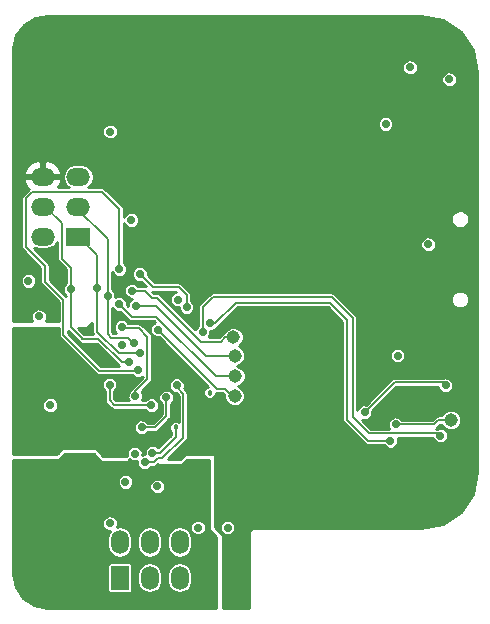
<source format=gbl>
G04 (created by PCBNEW (2013-05-31 BZR 4019)-stable) date 6/2/2014 4:07:52 PM*
%MOIN*%
G04 Gerber Fmt 3.4, Leading zero omitted, Abs format*
%FSLAX34Y34*%
G01*
G70*
G90*
G04 APERTURE LIST*
%ADD10C,0.00590551*%
%ADD11R,0.0787X0.06*%
%ADD12O,0.0787X0.06*%
%ADD13C,0.045*%
%ADD14C,0.1875*%
%ADD15O,0.0590551X0.0787402*%
%ADD16R,0.0590551X0.0787402*%
%ADD17C,0.028*%
%ADD18C,0.018*%
%ADD19C,0.007*%
%ADD20C,0.01*%
G04 APERTURE END LIST*
G54D10*
G54D11*
X79813Y-39850D03*
G54D12*
X78617Y-39850D03*
X79813Y-38850D03*
X78617Y-38850D03*
X79813Y-37850D03*
X78617Y-37850D03*
G54D13*
X85020Y-45150D03*
X92230Y-45960D03*
X85040Y-44500D03*
X85030Y-43810D03*
X84980Y-43200D03*
G54D14*
X78750Y-51100D03*
X78750Y-33600D03*
G54D15*
X83190Y-50016D03*
X83190Y-51213D03*
G54D16*
X81190Y-51213D03*
G54D15*
X81190Y-50016D03*
X82190Y-51213D03*
X82190Y-50016D03*
G54D17*
X78870Y-45460D03*
X80870Y-36340D03*
X90050Y-36090D03*
X90210Y-46650D03*
X84200Y-42725D03*
X89350Y-45700D03*
X92050Y-44800D03*
X90400Y-46100D03*
X91875Y-46475D03*
X83950Y-43025D03*
X81175Y-42095D03*
X82465Y-42940D03*
X83800Y-49545D03*
X82440Y-48170D03*
X80870Y-49400D03*
X81380Y-48020D03*
X81265Y-43465D03*
X78500Y-42500D03*
X78145Y-41320D03*
X84785Y-49545D03*
X83120Y-41940D03*
G54D18*
X84190Y-45050D03*
G54D17*
X90870Y-34200D03*
X90450Y-43810D03*
X81690Y-47075D03*
X78200Y-41775D03*
X82260Y-47750D03*
X79400Y-47290D03*
X79550Y-48860D03*
X82690Y-43540D03*
X91970Y-34180D03*
X92000Y-37475D03*
X80100Y-33750D03*
G54D18*
X87360Y-42960D03*
G54D17*
X79050Y-40725D03*
X84050Y-49075D03*
X80540Y-48420D03*
X78970Y-46890D03*
X80670Y-45680D03*
X90460Y-48540D03*
X80455Y-44590D03*
X80450Y-43635D03*
X80085Y-43010D03*
X83920Y-47025D03*
X81862Y-41087D03*
X83420Y-42190D03*
X81725Y-42140D03*
X81600Y-41650D03*
X81855Y-43730D03*
X81920Y-46200D03*
X80430Y-41540D03*
X82740Y-45205D03*
X81505Y-44030D03*
X79560Y-41600D03*
G54D18*
X83055Y-46205D03*
G54D17*
X82280Y-47045D03*
X81660Y-43395D03*
X83095Y-44795D03*
X82030Y-47360D03*
X80785Y-41815D03*
X92175Y-34600D03*
X91475Y-40100D03*
X81570Y-39290D03*
X81710Y-45155D03*
X81250Y-42860D03*
X80850Y-44780D03*
X82240Y-45465D03*
X81800Y-44305D03*
X81175Y-40925D03*
G54D19*
X85065Y-42040D02*
X88200Y-42040D01*
X89480Y-46650D02*
X90210Y-46650D01*
X88770Y-45940D02*
X89480Y-46650D01*
X88770Y-42610D02*
X88770Y-45940D01*
X88200Y-42040D02*
X88770Y-42610D01*
X84377Y-42727D02*
X85065Y-42040D01*
X84202Y-42727D02*
X84377Y-42727D01*
X84200Y-42725D02*
X84202Y-42727D01*
X90350Y-44700D02*
X89350Y-45700D01*
X91950Y-44700D02*
X90350Y-44700D01*
X92050Y-44800D02*
X91950Y-44700D01*
X90400Y-46100D02*
X91670Y-46100D01*
X91810Y-45960D02*
X92230Y-45960D01*
X91670Y-46100D02*
X91810Y-45960D01*
X88950Y-45850D02*
X89500Y-46400D01*
X88950Y-42550D02*
X88950Y-45850D01*
X88250Y-41850D02*
X88950Y-42550D01*
X84800Y-41850D02*
X88250Y-41850D01*
X91875Y-46475D02*
X91800Y-46400D01*
X89500Y-46400D02*
X91800Y-46400D01*
X84300Y-41850D02*
X84800Y-41850D01*
X83950Y-42200D02*
X84300Y-41850D01*
X83950Y-43025D02*
X83950Y-42200D01*
X81175Y-42095D02*
X81590Y-42510D01*
X81590Y-42510D02*
X82395Y-42510D01*
X84385Y-44500D02*
X85040Y-44500D01*
X82395Y-42510D02*
X84385Y-44500D01*
X85020Y-45150D02*
X84930Y-45150D01*
X84435Y-44910D02*
X84690Y-44910D01*
X82465Y-42940D02*
X84435Y-44910D01*
X84930Y-45150D02*
X84690Y-44910D01*
X83420Y-41795D02*
X83420Y-42190D01*
X83150Y-41525D02*
X83420Y-41795D01*
X82300Y-41525D02*
X83150Y-41525D01*
X81862Y-41087D02*
X82300Y-41525D01*
X84055Y-43810D02*
X82905Y-42660D01*
X85030Y-43810D02*
X84055Y-43810D01*
X82905Y-42660D02*
X82385Y-42140D01*
X82385Y-42140D02*
X81725Y-42140D01*
X84980Y-43200D02*
X84710Y-43200D01*
X82425Y-41880D02*
X83890Y-43345D01*
X82255Y-41880D02*
X82425Y-41880D01*
X82025Y-41650D02*
X82255Y-41880D01*
X81600Y-41650D02*
X82025Y-41650D01*
X83890Y-43345D02*
X84565Y-43345D01*
X84710Y-43200D02*
X84565Y-43345D01*
X80430Y-43010D02*
X81150Y-43730D01*
X80430Y-41540D02*
X80430Y-43010D01*
X81855Y-43730D02*
X81150Y-43730D01*
X82360Y-46200D02*
X82740Y-45820D01*
X82740Y-45205D02*
X82740Y-45820D01*
X81920Y-46200D02*
X82360Y-46200D01*
X79715Y-39850D02*
X79810Y-39850D01*
X80430Y-41540D02*
X80430Y-40470D01*
X79810Y-39850D02*
X80430Y-40470D01*
X82740Y-45205D02*
X82735Y-45210D01*
X81505Y-44030D02*
X81254Y-44030D01*
X80482Y-43257D02*
X80482Y-43260D01*
X81254Y-44030D02*
X80482Y-43257D01*
X79950Y-43260D02*
X80482Y-43260D01*
X80482Y-43260D02*
X80480Y-43260D01*
X79560Y-41600D02*
X79560Y-42870D01*
X79560Y-42870D02*
X79950Y-43260D01*
X79260Y-40580D02*
X79265Y-40580D01*
X78715Y-38850D02*
X79260Y-39395D01*
X79260Y-39395D02*
X79260Y-40580D01*
X79560Y-40875D02*
X79560Y-41600D01*
X79265Y-40580D02*
X79560Y-40875D01*
X79950Y-43260D02*
X79940Y-43260D01*
X83057Y-46207D02*
X83057Y-46507D01*
X83055Y-46205D02*
X83057Y-46207D01*
X82525Y-47040D02*
X83057Y-46507D01*
X82285Y-47040D02*
X82525Y-47040D01*
X82280Y-47045D02*
X82285Y-47040D01*
X80895Y-43210D02*
X81475Y-43210D01*
X81475Y-43210D02*
X81660Y-43395D01*
X80785Y-41890D02*
X80785Y-41825D01*
X80785Y-41890D02*
X80785Y-43100D01*
X80785Y-43100D02*
X80895Y-43210D01*
X82030Y-47360D02*
X82325Y-47360D01*
X83305Y-46540D02*
X83305Y-45080D01*
X83305Y-45080D02*
X83095Y-44870D01*
X83095Y-44870D02*
X83095Y-44795D01*
X82615Y-47230D02*
X83305Y-46540D01*
X82455Y-47230D02*
X82615Y-47230D01*
X82325Y-47360D02*
X82455Y-47230D01*
X80785Y-41815D02*
X80785Y-41825D01*
X80785Y-41825D02*
X80785Y-39920D01*
X80785Y-39920D02*
X79715Y-38850D01*
X82110Y-43180D02*
X82110Y-44595D01*
X82110Y-43180D02*
X81820Y-42890D01*
X82110Y-44595D02*
X81710Y-44995D01*
X81710Y-44995D02*
X81710Y-45155D01*
X81280Y-42890D02*
X81820Y-42890D01*
X81250Y-42860D02*
X81280Y-42890D01*
X80850Y-45305D02*
X81005Y-45460D01*
X80850Y-44780D02*
X80850Y-45305D01*
X82235Y-45460D02*
X82240Y-45465D01*
X81005Y-45460D02*
X82235Y-45460D01*
X78070Y-40180D02*
X78070Y-38555D01*
X78700Y-40810D02*
X78070Y-40180D01*
X78700Y-41340D02*
X78700Y-40810D01*
X79315Y-41955D02*
X78700Y-41340D01*
X79315Y-43110D02*
X79315Y-41955D01*
X81795Y-44310D02*
X80515Y-44310D01*
X81800Y-44305D02*
X81795Y-44310D01*
X80515Y-44310D02*
X79315Y-43110D01*
X81175Y-40925D02*
X81175Y-38925D01*
X78275Y-38350D02*
X78070Y-38555D01*
X80600Y-38350D02*
X78275Y-38350D01*
X81175Y-38925D02*
X80600Y-38350D01*
G54D10*
G36*
X79405Y-41825D02*
X78855Y-41275D01*
X78855Y-40810D01*
X78843Y-40750D01*
X78843Y-40750D01*
X78809Y-40700D01*
X78336Y-40226D01*
X78352Y-40238D01*
X78513Y-40270D01*
X78720Y-40270D01*
X78881Y-40238D01*
X79017Y-40146D01*
X79105Y-40016D01*
X79105Y-40580D01*
X79116Y-40639D01*
X79150Y-40689D01*
X79165Y-40699D01*
X79405Y-40939D01*
X79405Y-41387D01*
X79339Y-41452D01*
X79300Y-41548D01*
X79299Y-41651D01*
X79339Y-41747D01*
X79405Y-41812D01*
X79405Y-41825D01*
X79405Y-41825D01*
G37*
G54D20*
X79405Y-41825D02*
X78855Y-41275D01*
X78855Y-40810D01*
X78843Y-40750D01*
X78843Y-40750D01*
X78809Y-40700D01*
X78336Y-40226D01*
X78352Y-40238D01*
X78513Y-40270D01*
X78720Y-40270D01*
X78881Y-40238D01*
X79017Y-40146D01*
X79105Y-40016D01*
X79105Y-40580D01*
X79116Y-40639D01*
X79150Y-40689D01*
X79165Y-40699D01*
X79405Y-40939D01*
X79405Y-41387D01*
X79339Y-41452D01*
X79300Y-41548D01*
X79299Y-41651D01*
X79339Y-41747D01*
X79405Y-41812D01*
X79405Y-41825D01*
G54D10*
G36*
X80310Y-43105D02*
X80014Y-43105D01*
X79809Y-42900D01*
X80095Y-42900D01*
X80275Y-42720D01*
X80275Y-43010D01*
X80286Y-43069D01*
X80310Y-43105D01*
X80310Y-43105D01*
G37*
G54D20*
X80310Y-43105D02*
X80014Y-43105D01*
X79809Y-42900D01*
X80095Y-42900D01*
X80275Y-42720D01*
X80275Y-43010D01*
X80286Y-43069D01*
X80310Y-43105D01*
G54D10*
G36*
X81168Y-44155D02*
X80579Y-44155D01*
X79470Y-43045D01*
X79470Y-42999D01*
X79810Y-43339D01*
X79830Y-43369D01*
X79880Y-43403D01*
X79940Y-43415D01*
X79950Y-43415D01*
X80420Y-43415D01*
X81145Y-44139D01*
X81145Y-44139D01*
X81168Y-44155D01*
X81168Y-44155D01*
G37*
G54D20*
X81168Y-44155D02*
X80579Y-44155D01*
X79470Y-43045D01*
X79470Y-42999D01*
X79810Y-43339D01*
X79830Y-43369D01*
X79880Y-43403D01*
X79940Y-43415D01*
X79950Y-43415D01*
X80420Y-43415D01*
X81145Y-44139D01*
X81145Y-44139D01*
X81168Y-44155D01*
G54D10*
G36*
X84400Y-52210D02*
X84060Y-52210D01*
X84060Y-49493D01*
X84020Y-49397D01*
X83947Y-49324D01*
X83851Y-49285D01*
X83748Y-49284D01*
X83652Y-49324D01*
X83579Y-49397D01*
X83540Y-49493D01*
X83539Y-49596D01*
X83579Y-49692D01*
X83652Y-49765D01*
X83748Y-49804D01*
X83851Y-49805D01*
X83947Y-49765D01*
X84020Y-49692D01*
X84059Y-49596D01*
X84060Y-49493D01*
X84060Y-52210D01*
X83605Y-52210D01*
X83605Y-51321D01*
X83605Y-51104D01*
X83605Y-50125D01*
X83605Y-49908D01*
X83573Y-49749D01*
X83483Y-49614D01*
X83348Y-49524D01*
X83190Y-49492D01*
X83031Y-49524D01*
X82896Y-49614D01*
X82806Y-49749D01*
X82774Y-49908D01*
X82774Y-50125D01*
X82806Y-50283D01*
X82896Y-50418D01*
X83031Y-50508D01*
X83190Y-50540D01*
X83348Y-50508D01*
X83483Y-50418D01*
X83573Y-50283D01*
X83605Y-50125D01*
X83605Y-51104D01*
X83573Y-50945D01*
X83483Y-50811D01*
X83348Y-50721D01*
X83190Y-50689D01*
X83031Y-50721D01*
X82896Y-50811D01*
X82806Y-50945D01*
X82774Y-51104D01*
X82774Y-51321D01*
X82806Y-51480D01*
X82896Y-51615D01*
X83031Y-51705D01*
X83190Y-51737D01*
X83348Y-51705D01*
X83483Y-51615D01*
X83573Y-51480D01*
X83605Y-51321D01*
X83605Y-52210D01*
X82700Y-52210D01*
X82700Y-48118D01*
X82660Y-48022D01*
X82587Y-47949D01*
X82491Y-47910D01*
X82388Y-47909D01*
X82292Y-47949D01*
X82219Y-48022D01*
X82180Y-48118D01*
X82179Y-48221D01*
X82219Y-48317D01*
X82292Y-48390D01*
X82388Y-48429D01*
X82491Y-48430D01*
X82587Y-48390D01*
X82660Y-48317D01*
X82699Y-48221D01*
X82700Y-48118D01*
X82700Y-52210D01*
X82605Y-52210D01*
X82605Y-51321D01*
X82605Y-51104D01*
X82605Y-50125D01*
X82605Y-49908D01*
X82573Y-49749D01*
X82483Y-49614D01*
X82348Y-49524D01*
X82190Y-49492D01*
X82031Y-49524D01*
X81896Y-49614D01*
X81806Y-49749D01*
X81774Y-49908D01*
X81774Y-50125D01*
X81806Y-50283D01*
X81896Y-50418D01*
X82031Y-50508D01*
X82190Y-50540D01*
X82348Y-50508D01*
X82483Y-50418D01*
X82573Y-50283D01*
X82605Y-50125D01*
X82605Y-51104D01*
X82573Y-50945D01*
X82483Y-50811D01*
X82348Y-50721D01*
X82190Y-50689D01*
X82031Y-50721D01*
X81896Y-50811D01*
X81806Y-50945D01*
X81774Y-51104D01*
X81774Y-51321D01*
X81806Y-51480D01*
X81896Y-51615D01*
X82031Y-51705D01*
X82190Y-51737D01*
X82348Y-51705D01*
X82483Y-51615D01*
X82573Y-51480D01*
X82605Y-51321D01*
X82605Y-52210D01*
X81640Y-52210D01*
X81640Y-47968D01*
X81600Y-47872D01*
X81527Y-47799D01*
X81431Y-47760D01*
X81328Y-47759D01*
X81232Y-47799D01*
X81159Y-47872D01*
X81120Y-47968D01*
X81119Y-48071D01*
X81159Y-48167D01*
X81232Y-48240D01*
X81328Y-48279D01*
X81431Y-48280D01*
X81527Y-48240D01*
X81600Y-48167D01*
X81639Y-48071D01*
X81640Y-47968D01*
X81640Y-52210D01*
X81605Y-52210D01*
X81605Y-51583D01*
X81605Y-50795D01*
X81605Y-50795D01*
X81605Y-50125D01*
X81605Y-49908D01*
X81573Y-49749D01*
X81483Y-49614D01*
X81348Y-49524D01*
X81190Y-49492D01*
X81106Y-49509D01*
X81129Y-49451D01*
X81130Y-49348D01*
X81090Y-49252D01*
X81017Y-49179D01*
X80921Y-49140D01*
X80818Y-49139D01*
X80722Y-49179D01*
X80649Y-49252D01*
X80610Y-49348D01*
X80609Y-49451D01*
X80649Y-49547D01*
X80722Y-49620D01*
X80818Y-49659D01*
X80865Y-49659D01*
X80806Y-49749D01*
X80774Y-49908D01*
X80774Y-50125D01*
X80806Y-50283D01*
X80896Y-50418D01*
X81031Y-50508D01*
X81190Y-50540D01*
X81348Y-50508D01*
X81483Y-50418D01*
X81573Y-50283D01*
X81605Y-50125D01*
X81605Y-50795D01*
X81587Y-50751D01*
X81553Y-50718D01*
X81509Y-50699D01*
X81461Y-50699D01*
X80870Y-50699D01*
X80826Y-50717D01*
X80793Y-50751D01*
X80774Y-50795D01*
X80774Y-50843D01*
X80774Y-51630D01*
X80792Y-51674D01*
X80826Y-51708D01*
X80870Y-51727D01*
X80918Y-51727D01*
X81509Y-51727D01*
X81553Y-51708D01*
X81586Y-51675D01*
X81605Y-51631D01*
X81605Y-51583D01*
X81605Y-52210D01*
X78765Y-52210D01*
X78325Y-52123D01*
X77967Y-51883D01*
X77726Y-51522D01*
X77639Y-51086D01*
X77639Y-47300D01*
X79170Y-47300D01*
X79370Y-47100D01*
X80329Y-47100D01*
X80579Y-47350D01*
X81500Y-47350D01*
X81500Y-47252D01*
X81542Y-47295D01*
X81638Y-47334D01*
X81741Y-47335D01*
X81770Y-47323D01*
X81769Y-47411D01*
X81809Y-47507D01*
X81882Y-47580D01*
X81978Y-47619D01*
X82081Y-47620D01*
X82177Y-47580D01*
X82242Y-47515D01*
X82325Y-47515D01*
X82384Y-47503D01*
X82384Y-47503D01*
X82434Y-47469D01*
X82475Y-47429D01*
X82475Y-47450D01*
X83270Y-47450D01*
X83420Y-47300D01*
X84150Y-47300D01*
X84150Y-49620D01*
X84400Y-49870D01*
X84400Y-52210D01*
X84400Y-52210D01*
G37*
G54D20*
X84400Y-52210D02*
X84060Y-52210D01*
X84060Y-49493D01*
X84020Y-49397D01*
X83947Y-49324D01*
X83851Y-49285D01*
X83748Y-49284D01*
X83652Y-49324D01*
X83579Y-49397D01*
X83540Y-49493D01*
X83539Y-49596D01*
X83579Y-49692D01*
X83652Y-49765D01*
X83748Y-49804D01*
X83851Y-49805D01*
X83947Y-49765D01*
X84020Y-49692D01*
X84059Y-49596D01*
X84060Y-49493D01*
X84060Y-52210D01*
X83605Y-52210D01*
X83605Y-51321D01*
X83605Y-51104D01*
X83605Y-50125D01*
X83605Y-49908D01*
X83573Y-49749D01*
X83483Y-49614D01*
X83348Y-49524D01*
X83190Y-49492D01*
X83031Y-49524D01*
X82896Y-49614D01*
X82806Y-49749D01*
X82774Y-49908D01*
X82774Y-50125D01*
X82806Y-50283D01*
X82896Y-50418D01*
X83031Y-50508D01*
X83190Y-50540D01*
X83348Y-50508D01*
X83483Y-50418D01*
X83573Y-50283D01*
X83605Y-50125D01*
X83605Y-51104D01*
X83573Y-50945D01*
X83483Y-50811D01*
X83348Y-50721D01*
X83190Y-50689D01*
X83031Y-50721D01*
X82896Y-50811D01*
X82806Y-50945D01*
X82774Y-51104D01*
X82774Y-51321D01*
X82806Y-51480D01*
X82896Y-51615D01*
X83031Y-51705D01*
X83190Y-51737D01*
X83348Y-51705D01*
X83483Y-51615D01*
X83573Y-51480D01*
X83605Y-51321D01*
X83605Y-52210D01*
X82700Y-52210D01*
X82700Y-48118D01*
X82660Y-48022D01*
X82587Y-47949D01*
X82491Y-47910D01*
X82388Y-47909D01*
X82292Y-47949D01*
X82219Y-48022D01*
X82180Y-48118D01*
X82179Y-48221D01*
X82219Y-48317D01*
X82292Y-48390D01*
X82388Y-48429D01*
X82491Y-48430D01*
X82587Y-48390D01*
X82660Y-48317D01*
X82699Y-48221D01*
X82700Y-48118D01*
X82700Y-52210D01*
X82605Y-52210D01*
X82605Y-51321D01*
X82605Y-51104D01*
X82605Y-50125D01*
X82605Y-49908D01*
X82573Y-49749D01*
X82483Y-49614D01*
X82348Y-49524D01*
X82190Y-49492D01*
X82031Y-49524D01*
X81896Y-49614D01*
X81806Y-49749D01*
X81774Y-49908D01*
X81774Y-50125D01*
X81806Y-50283D01*
X81896Y-50418D01*
X82031Y-50508D01*
X82190Y-50540D01*
X82348Y-50508D01*
X82483Y-50418D01*
X82573Y-50283D01*
X82605Y-50125D01*
X82605Y-51104D01*
X82573Y-50945D01*
X82483Y-50811D01*
X82348Y-50721D01*
X82190Y-50689D01*
X82031Y-50721D01*
X81896Y-50811D01*
X81806Y-50945D01*
X81774Y-51104D01*
X81774Y-51321D01*
X81806Y-51480D01*
X81896Y-51615D01*
X82031Y-51705D01*
X82190Y-51737D01*
X82348Y-51705D01*
X82483Y-51615D01*
X82573Y-51480D01*
X82605Y-51321D01*
X82605Y-52210D01*
X81640Y-52210D01*
X81640Y-47968D01*
X81600Y-47872D01*
X81527Y-47799D01*
X81431Y-47760D01*
X81328Y-47759D01*
X81232Y-47799D01*
X81159Y-47872D01*
X81120Y-47968D01*
X81119Y-48071D01*
X81159Y-48167D01*
X81232Y-48240D01*
X81328Y-48279D01*
X81431Y-48280D01*
X81527Y-48240D01*
X81600Y-48167D01*
X81639Y-48071D01*
X81640Y-47968D01*
X81640Y-52210D01*
X81605Y-52210D01*
X81605Y-51583D01*
X81605Y-50795D01*
X81605Y-50795D01*
X81605Y-50125D01*
X81605Y-49908D01*
X81573Y-49749D01*
X81483Y-49614D01*
X81348Y-49524D01*
X81190Y-49492D01*
X81106Y-49509D01*
X81129Y-49451D01*
X81130Y-49348D01*
X81090Y-49252D01*
X81017Y-49179D01*
X80921Y-49140D01*
X80818Y-49139D01*
X80722Y-49179D01*
X80649Y-49252D01*
X80610Y-49348D01*
X80609Y-49451D01*
X80649Y-49547D01*
X80722Y-49620D01*
X80818Y-49659D01*
X80865Y-49659D01*
X80806Y-49749D01*
X80774Y-49908D01*
X80774Y-50125D01*
X80806Y-50283D01*
X80896Y-50418D01*
X81031Y-50508D01*
X81190Y-50540D01*
X81348Y-50508D01*
X81483Y-50418D01*
X81573Y-50283D01*
X81605Y-50125D01*
X81605Y-50795D01*
X81587Y-50751D01*
X81553Y-50718D01*
X81509Y-50699D01*
X81461Y-50699D01*
X80870Y-50699D01*
X80826Y-50717D01*
X80793Y-50751D01*
X80774Y-50795D01*
X80774Y-50843D01*
X80774Y-51630D01*
X80792Y-51674D01*
X80826Y-51708D01*
X80870Y-51727D01*
X80918Y-51727D01*
X81509Y-51727D01*
X81553Y-51708D01*
X81586Y-51675D01*
X81605Y-51631D01*
X81605Y-51583D01*
X81605Y-52210D01*
X78765Y-52210D01*
X78325Y-52123D01*
X77967Y-51883D01*
X77726Y-51522D01*
X77639Y-51086D01*
X77639Y-47300D01*
X79170Y-47300D01*
X79370Y-47100D01*
X80329Y-47100D01*
X80579Y-47350D01*
X81500Y-47350D01*
X81500Y-47252D01*
X81542Y-47295D01*
X81638Y-47334D01*
X81741Y-47335D01*
X81770Y-47323D01*
X81769Y-47411D01*
X81809Y-47507D01*
X81882Y-47580D01*
X81978Y-47619D01*
X82081Y-47620D01*
X82177Y-47580D01*
X82242Y-47515D01*
X82325Y-47515D01*
X82384Y-47503D01*
X82384Y-47503D01*
X82434Y-47469D01*
X82475Y-47429D01*
X82475Y-47450D01*
X83270Y-47450D01*
X83420Y-47300D01*
X84150Y-47300D01*
X84150Y-49620D01*
X84400Y-49870D01*
X84400Y-52210D01*
G54D10*
G36*
X93110Y-47682D02*
X92965Y-48412D01*
X92829Y-48615D01*
X92829Y-41879D01*
X92829Y-39202D01*
X92784Y-39093D01*
X92701Y-39009D01*
X92592Y-38964D01*
X92473Y-38964D01*
X92435Y-38980D01*
X92435Y-34548D01*
X92395Y-34452D01*
X92322Y-34379D01*
X92226Y-34340D01*
X92123Y-34339D01*
X92027Y-34379D01*
X91954Y-34452D01*
X91915Y-34548D01*
X91914Y-34651D01*
X91954Y-34747D01*
X92027Y-34820D01*
X92123Y-34859D01*
X92226Y-34860D01*
X92322Y-34820D01*
X92395Y-34747D01*
X92434Y-34651D01*
X92435Y-34548D01*
X92435Y-38980D01*
X92364Y-39009D01*
X92280Y-39092D01*
X92235Y-39202D01*
X92235Y-39320D01*
X92280Y-39429D01*
X92364Y-39513D01*
X92473Y-39558D01*
X92591Y-39558D01*
X92700Y-39513D01*
X92784Y-39429D01*
X92829Y-39320D01*
X92829Y-39202D01*
X92829Y-41879D01*
X92784Y-41770D01*
X92701Y-41686D01*
X92592Y-41641D01*
X92473Y-41641D01*
X92364Y-41686D01*
X92280Y-41770D01*
X92235Y-41879D01*
X92235Y-41997D01*
X92280Y-42106D01*
X92364Y-42190D01*
X92473Y-42235D01*
X92591Y-42235D01*
X92700Y-42190D01*
X92784Y-42107D01*
X92829Y-41997D01*
X92829Y-41879D01*
X92829Y-48615D01*
X92564Y-49012D01*
X91959Y-49417D01*
X91236Y-49560D01*
X85650Y-49560D01*
X85596Y-49570D01*
X85551Y-49601D01*
X85520Y-49646D01*
X85510Y-49700D01*
X85510Y-52210D01*
X85045Y-52210D01*
X85045Y-49493D01*
X85005Y-49397D01*
X84932Y-49324D01*
X84836Y-49285D01*
X84733Y-49284D01*
X84637Y-49324D01*
X84564Y-49397D01*
X84525Y-49493D01*
X84524Y-49596D01*
X84564Y-49692D01*
X84637Y-49765D01*
X84733Y-49804D01*
X84836Y-49805D01*
X84932Y-49765D01*
X85005Y-49692D01*
X85044Y-49596D01*
X85045Y-49493D01*
X85045Y-52210D01*
X84625Y-52210D01*
X84625Y-49779D01*
X84375Y-49529D01*
X84375Y-47100D01*
X83354Y-47100D01*
X83204Y-47250D01*
X82814Y-47250D01*
X83414Y-46649D01*
X83414Y-46649D01*
X83414Y-46649D01*
X83448Y-46599D01*
X83448Y-46599D01*
X83460Y-46540D01*
X83460Y-45080D01*
X83448Y-45020D01*
X83448Y-45020D01*
X83414Y-44970D01*
X83336Y-44892D01*
X83354Y-44846D01*
X83355Y-44743D01*
X83315Y-44647D01*
X83242Y-44574D01*
X83146Y-44535D01*
X83043Y-44534D01*
X82947Y-44574D01*
X82874Y-44647D01*
X82835Y-44743D01*
X82834Y-44846D01*
X82874Y-44942D01*
X82947Y-45015D01*
X83043Y-45054D01*
X83060Y-45054D01*
X83150Y-45144D01*
X83150Y-46017D01*
X83096Y-45995D01*
X83013Y-45994D01*
X83000Y-46000D01*
X83000Y-45153D01*
X82960Y-45057D01*
X82887Y-44984D01*
X82791Y-44945D01*
X82688Y-44944D01*
X82592Y-44984D01*
X82519Y-45057D01*
X82480Y-45153D01*
X82479Y-45256D01*
X82519Y-45352D01*
X82585Y-45417D01*
X82585Y-45755D01*
X82295Y-46045D01*
X82132Y-46045D01*
X82067Y-45979D01*
X81971Y-45940D01*
X81868Y-45939D01*
X81772Y-45979D01*
X81699Y-46052D01*
X81660Y-46148D01*
X81659Y-46251D01*
X81699Y-46347D01*
X81772Y-46420D01*
X81868Y-46459D01*
X81971Y-46460D01*
X82067Y-46420D01*
X82132Y-46355D01*
X82360Y-46355D01*
X82419Y-46343D01*
X82419Y-46343D01*
X82469Y-46309D01*
X82849Y-45929D01*
X82849Y-45929D01*
X82849Y-45929D01*
X82883Y-45879D01*
X82883Y-45879D01*
X82894Y-45820D01*
X82895Y-45820D01*
X82895Y-45417D01*
X82960Y-45352D01*
X82999Y-45256D01*
X83000Y-45153D01*
X83000Y-46000D01*
X82936Y-46026D01*
X82877Y-46085D01*
X82845Y-46163D01*
X82844Y-46246D01*
X82876Y-46323D01*
X82902Y-46349D01*
X82902Y-46443D01*
X82474Y-46871D01*
X82427Y-46824D01*
X82331Y-46785D01*
X82228Y-46784D01*
X82132Y-46824D01*
X82059Y-46897D01*
X82020Y-46993D01*
X82019Y-47096D01*
X82021Y-47099D01*
X81978Y-47099D01*
X81949Y-47111D01*
X81950Y-47023D01*
X81910Y-46927D01*
X81837Y-46854D01*
X81741Y-46815D01*
X81638Y-46814D01*
X81542Y-46854D01*
X81469Y-46927D01*
X81430Y-47023D01*
X81429Y-47126D01*
X81439Y-47150D01*
X80645Y-47150D01*
X80395Y-46900D01*
X79279Y-46900D01*
X79130Y-47049D01*
X79130Y-45408D01*
X79090Y-45312D01*
X79017Y-45239D01*
X78921Y-45200D01*
X78818Y-45199D01*
X78722Y-45239D01*
X78649Y-45312D01*
X78610Y-45408D01*
X78609Y-45511D01*
X78649Y-45607D01*
X78722Y-45680D01*
X78818Y-45719D01*
X78921Y-45720D01*
X79017Y-45680D01*
X79090Y-45607D01*
X79129Y-45511D01*
X79130Y-45408D01*
X79130Y-47049D01*
X79079Y-47100D01*
X77639Y-47100D01*
X77639Y-42900D01*
X79160Y-42900D01*
X79160Y-43110D01*
X79171Y-43169D01*
X79205Y-43219D01*
X80405Y-44419D01*
X80405Y-44419D01*
X80455Y-44453D01*
X80455Y-44453D01*
X80514Y-44464D01*
X80515Y-44465D01*
X81592Y-44465D01*
X81652Y-44525D01*
X81748Y-44564D01*
X81851Y-44565D01*
X81947Y-44525D01*
X81955Y-44517D01*
X81955Y-44530D01*
X81600Y-44885D01*
X81569Y-44931D01*
X81569Y-44931D01*
X81562Y-44934D01*
X81489Y-45007D01*
X81450Y-45103D01*
X81449Y-45206D01*
X81489Y-45302D01*
X81492Y-45305D01*
X81069Y-45305D01*
X81005Y-45240D01*
X81005Y-44992D01*
X81070Y-44927D01*
X81109Y-44831D01*
X81110Y-44728D01*
X81070Y-44632D01*
X80997Y-44559D01*
X80901Y-44520D01*
X80798Y-44519D01*
X80702Y-44559D01*
X80629Y-44632D01*
X80590Y-44728D01*
X80589Y-44831D01*
X80629Y-44927D01*
X80695Y-44992D01*
X80695Y-45305D01*
X80706Y-45364D01*
X80740Y-45414D01*
X80895Y-45569D01*
X80895Y-45569D01*
X80945Y-45603D01*
X80945Y-45603D01*
X81004Y-45614D01*
X81005Y-45615D01*
X82022Y-45615D01*
X82092Y-45685D01*
X82188Y-45724D01*
X82291Y-45725D01*
X82387Y-45685D01*
X82460Y-45612D01*
X82499Y-45516D01*
X82500Y-45413D01*
X82460Y-45317D01*
X82387Y-45244D01*
X82291Y-45205D01*
X82188Y-45204D01*
X82092Y-45244D01*
X82032Y-45305D01*
X81927Y-45305D01*
X81930Y-45302D01*
X81969Y-45206D01*
X81970Y-45103D01*
X81930Y-45007D01*
X81923Y-45000D01*
X82219Y-44704D01*
X82219Y-44704D01*
X82219Y-44704D01*
X82253Y-44654D01*
X82253Y-44654D01*
X82264Y-44595D01*
X82265Y-44595D01*
X82265Y-43180D01*
X82264Y-43179D01*
X82265Y-43179D01*
X82262Y-43168D01*
X82253Y-43120D01*
X82253Y-43120D01*
X82219Y-43070D01*
X82219Y-43070D01*
X81929Y-42780D01*
X81879Y-42746D01*
X81820Y-42735D01*
X81479Y-42735D01*
X81470Y-42712D01*
X81397Y-42639D01*
X81301Y-42600D01*
X81198Y-42599D01*
X81102Y-42639D01*
X81029Y-42712D01*
X80990Y-42808D01*
X80989Y-42911D01*
X81029Y-43007D01*
X81077Y-43055D01*
X80959Y-43055D01*
X80940Y-43035D01*
X80940Y-42207D01*
X80954Y-42242D01*
X81027Y-42315D01*
X81123Y-42354D01*
X81215Y-42355D01*
X81480Y-42619D01*
X81530Y-42653D01*
X81530Y-42653D01*
X81590Y-42665D01*
X82330Y-42665D01*
X82365Y-42699D01*
X82317Y-42719D01*
X82244Y-42792D01*
X82205Y-42888D01*
X82204Y-42991D01*
X82244Y-43087D01*
X82317Y-43160D01*
X82413Y-43199D01*
X82505Y-43200D01*
X84146Y-44840D01*
X84071Y-44871D01*
X84012Y-44930D01*
X83980Y-45008D01*
X83979Y-45091D01*
X84011Y-45168D01*
X84070Y-45227D01*
X84148Y-45259D01*
X84231Y-45260D01*
X84308Y-45228D01*
X84367Y-45169D01*
X84399Y-45091D01*
X84399Y-45058D01*
X84423Y-45062D01*
X84434Y-45065D01*
X84434Y-45064D01*
X84435Y-45065D01*
X84625Y-45065D01*
X84675Y-45114D01*
X84674Y-45218D01*
X84727Y-45345D01*
X84824Y-45442D01*
X84951Y-45494D01*
X85088Y-45495D01*
X85215Y-45442D01*
X85312Y-45345D01*
X85364Y-45218D01*
X85365Y-45081D01*
X85312Y-44954D01*
X85215Y-44857D01*
X85146Y-44829D01*
X85235Y-44792D01*
X85332Y-44695D01*
X85384Y-44568D01*
X85385Y-44431D01*
X85332Y-44304D01*
X85235Y-44207D01*
X85108Y-44155D01*
X85098Y-44155D01*
X85225Y-44102D01*
X85322Y-44005D01*
X85374Y-43878D01*
X85375Y-43741D01*
X85322Y-43614D01*
X85225Y-43517D01*
X85170Y-43494D01*
X85175Y-43492D01*
X85272Y-43395D01*
X85324Y-43268D01*
X85325Y-43131D01*
X85272Y-43004D01*
X85175Y-42907D01*
X85048Y-42855D01*
X84911Y-42854D01*
X84784Y-42907D01*
X84687Y-43004D01*
X84667Y-43053D01*
X84667Y-43053D01*
X84650Y-43056D01*
X84600Y-43090D01*
X84600Y-43090D01*
X84600Y-43090D01*
X84500Y-43190D01*
X84152Y-43190D01*
X84170Y-43172D01*
X84209Y-43076D01*
X84210Y-42985D01*
X84251Y-42985D01*
X84347Y-42945D01*
X84418Y-42874D01*
X84418Y-42874D01*
X84436Y-42870D01*
X84436Y-42870D01*
X84487Y-42837D01*
X85129Y-42195D01*
X88135Y-42195D01*
X88615Y-42674D01*
X88615Y-45940D01*
X88626Y-45999D01*
X88660Y-46049D01*
X89370Y-46759D01*
X89370Y-46759D01*
X89420Y-46793D01*
X89420Y-46793D01*
X89468Y-46802D01*
X89479Y-46805D01*
X89479Y-46804D01*
X89480Y-46805D01*
X89997Y-46805D01*
X90062Y-46870D01*
X90158Y-46909D01*
X90261Y-46910D01*
X90357Y-46870D01*
X90430Y-46797D01*
X90469Y-46701D01*
X90470Y-46598D01*
X90452Y-46555D01*
X91626Y-46555D01*
X91654Y-46622D01*
X91727Y-46695D01*
X91823Y-46734D01*
X91926Y-46735D01*
X92022Y-46695D01*
X92095Y-46622D01*
X92134Y-46526D01*
X92135Y-46423D01*
X92095Y-46327D01*
X92022Y-46254D01*
X91926Y-46215D01*
X91823Y-46214D01*
X91750Y-46245D01*
X91720Y-46245D01*
X91729Y-46243D01*
X91729Y-46243D01*
X91779Y-46209D01*
X91874Y-46115D01*
X91920Y-46115D01*
X91937Y-46155D01*
X92034Y-46252D01*
X92161Y-46304D01*
X92298Y-46305D01*
X92425Y-46252D01*
X92522Y-46155D01*
X92574Y-46028D01*
X92575Y-45891D01*
X92522Y-45764D01*
X92425Y-45667D01*
X92298Y-45615D01*
X92161Y-45614D01*
X92034Y-45667D01*
X91937Y-45764D01*
X91920Y-45805D01*
X91810Y-45805D01*
X91750Y-45816D01*
X91700Y-45850D01*
X91605Y-45945D01*
X90612Y-45945D01*
X90547Y-45879D01*
X90451Y-45840D01*
X90348Y-45839D01*
X90252Y-45879D01*
X90179Y-45952D01*
X90140Y-46048D01*
X90139Y-46151D01*
X90178Y-46245D01*
X89564Y-46245D01*
X89265Y-45946D01*
X89298Y-45959D01*
X89401Y-45960D01*
X89497Y-45920D01*
X89570Y-45847D01*
X89609Y-45751D01*
X89610Y-45659D01*
X90414Y-44855D01*
X91791Y-44855D01*
X91829Y-44947D01*
X91902Y-45020D01*
X91998Y-45059D01*
X92101Y-45060D01*
X92197Y-45020D01*
X92270Y-44947D01*
X92309Y-44851D01*
X92310Y-44748D01*
X92270Y-44652D01*
X92197Y-44579D01*
X92101Y-44540D01*
X91998Y-44539D01*
X91974Y-44549D01*
X91950Y-44545D01*
X91735Y-44545D01*
X91735Y-40048D01*
X91695Y-39952D01*
X91622Y-39879D01*
X91526Y-39840D01*
X91423Y-39839D01*
X91327Y-39879D01*
X91254Y-39952D01*
X91215Y-40048D01*
X91214Y-40151D01*
X91254Y-40247D01*
X91327Y-40320D01*
X91423Y-40359D01*
X91526Y-40360D01*
X91622Y-40320D01*
X91695Y-40247D01*
X91734Y-40151D01*
X91735Y-40048D01*
X91735Y-44545D01*
X91130Y-44545D01*
X91130Y-34148D01*
X91090Y-34052D01*
X91017Y-33979D01*
X90921Y-33940D01*
X90818Y-33939D01*
X90722Y-33979D01*
X90649Y-34052D01*
X90610Y-34148D01*
X90609Y-34251D01*
X90649Y-34347D01*
X90722Y-34420D01*
X90818Y-34459D01*
X90921Y-34460D01*
X91017Y-34420D01*
X91090Y-34347D01*
X91129Y-34251D01*
X91130Y-34148D01*
X91130Y-44545D01*
X90710Y-44545D01*
X90710Y-43758D01*
X90670Y-43662D01*
X90597Y-43589D01*
X90501Y-43550D01*
X90398Y-43549D01*
X90310Y-43586D01*
X90310Y-36038D01*
X90270Y-35942D01*
X90197Y-35869D01*
X90101Y-35830D01*
X89998Y-35829D01*
X89902Y-35869D01*
X89829Y-35942D01*
X89790Y-36038D01*
X89789Y-36141D01*
X89829Y-36237D01*
X89902Y-36310D01*
X89998Y-36349D01*
X90101Y-36350D01*
X90197Y-36310D01*
X90270Y-36237D01*
X90309Y-36141D01*
X90310Y-36038D01*
X90310Y-43586D01*
X90302Y-43589D01*
X90229Y-43662D01*
X90190Y-43758D01*
X90189Y-43861D01*
X90229Y-43957D01*
X90302Y-44030D01*
X90398Y-44069D01*
X90501Y-44070D01*
X90597Y-44030D01*
X90670Y-43957D01*
X90709Y-43861D01*
X90710Y-43758D01*
X90710Y-44545D01*
X90350Y-44545D01*
X90290Y-44556D01*
X90240Y-44590D01*
X89390Y-45440D01*
X89298Y-45439D01*
X89202Y-45479D01*
X89129Y-45552D01*
X89105Y-45612D01*
X89105Y-42550D01*
X89104Y-42549D01*
X89105Y-42549D01*
X89102Y-42538D01*
X89093Y-42490D01*
X89093Y-42490D01*
X89059Y-42440D01*
X89059Y-42440D01*
X88359Y-41740D01*
X88309Y-41706D01*
X88250Y-41695D01*
X84800Y-41695D01*
X84300Y-41695D01*
X84240Y-41706D01*
X84190Y-41740D01*
X84190Y-41740D01*
X84190Y-41740D01*
X83840Y-42090D01*
X83806Y-42140D01*
X83795Y-42200D01*
X83795Y-42812D01*
X83729Y-42877D01*
X83703Y-42939D01*
X82534Y-41770D01*
X82484Y-41736D01*
X82425Y-41725D01*
X82319Y-41725D01*
X82267Y-41673D01*
X82288Y-41677D01*
X82299Y-41680D01*
X82299Y-41679D01*
X82300Y-41680D01*
X83068Y-41680D01*
X82972Y-41719D01*
X82899Y-41792D01*
X82860Y-41888D01*
X82859Y-41991D01*
X82899Y-42087D01*
X82972Y-42160D01*
X83068Y-42199D01*
X83159Y-42200D01*
X83159Y-42241D01*
X83199Y-42337D01*
X83272Y-42410D01*
X83368Y-42449D01*
X83471Y-42450D01*
X83567Y-42410D01*
X83640Y-42337D01*
X83679Y-42241D01*
X83680Y-42138D01*
X83640Y-42042D01*
X83575Y-41977D01*
X83575Y-41795D01*
X83563Y-41735D01*
X83563Y-41735D01*
X83529Y-41685D01*
X83529Y-41685D01*
X83259Y-41415D01*
X83209Y-41381D01*
X83150Y-41370D01*
X82364Y-41370D01*
X82122Y-41128D01*
X82122Y-41036D01*
X82083Y-40940D01*
X82009Y-40867D01*
X81914Y-40827D01*
X81811Y-40827D01*
X81715Y-40866D01*
X81642Y-40940D01*
X81602Y-41035D01*
X81602Y-41138D01*
X81641Y-41234D01*
X81715Y-41307D01*
X81810Y-41347D01*
X81903Y-41347D01*
X82057Y-41501D01*
X82025Y-41495D01*
X81812Y-41495D01*
X81747Y-41429D01*
X81651Y-41390D01*
X81548Y-41389D01*
X81452Y-41429D01*
X81379Y-41502D01*
X81340Y-41598D01*
X81339Y-41701D01*
X81379Y-41797D01*
X81452Y-41870D01*
X81548Y-41909D01*
X81600Y-41910D01*
X81577Y-41919D01*
X81504Y-41992D01*
X81465Y-42088D01*
X81464Y-42165D01*
X81434Y-42135D01*
X81435Y-42043D01*
X81395Y-41947D01*
X81322Y-41874D01*
X81226Y-41835D01*
X81123Y-41834D01*
X81044Y-41867D01*
X81044Y-41866D01*
X81045Y-41763D01*
X81005Y-41667D01*
X80940Y-41602D01*
X80940Y-41037D01*
X80954Y-41072D01*
X81027Y-41145D01*
X81123Y-41184D01*
X81226Y-41185D01*
X81322Y-41145D01*
X81395Y-41072D01*
X81434Y-40976D01*
X81435Y-40873D01*
X81395Y-40777D01*
X81330Y-40712D01*
X81330Y-39390D01*
X81349Y-39437D01*
X81422Y-39510D01*
X81518Y-39549D01*
X81621Y-39550D01*
X81717Y-39510D01*
X81790Y-39437D01*
X81829Y-39341D01*
X81830Y-39238D01*
X81790Y-39142D01*
X81717Y-39069D01*
X81621Y-39030D01*
X81518Y-39029D01*
X81422Y-39069D01*
X81349Y-39142D01*
X81330Y-39189D01*
X81330Y-38925D01*
X81329Y-38924D01*
X81318Y-38865D01*
X81318Y-38865D01*
X81284Y-38815D01*
X81284Y-38815D01*
X81130Y-38660D01*
X81130Y-36288D01*
X81090Y-36192D01*
X81017Y-36119D01*
X80921Y-36080D01*
X80818Y-36079D01*
X80722Y-36119D01*
X80649Y-36192D01*
X80610Y-36288D01*
X80609Y-36391D01*
X80649Y-36487D01*
X80722Y-36560D01*
X80818Y-36599D01*
X80921Y-36600D01*
X81017Y-36560D01*
X81090Y-36487D01*
X81129Y-36391D01*
X81130Y-36288D01*
X81130Y-38660D01*
X80709Y-38240D01*
X80659Y-38206D01*
X80600Y-38195D01*
X80141Y-38195D01*
X80213Y-38146D01*
X80304Y-38010D01*
X80336Y-37850D01*
X80304Y-37689D01*
X80213Y-37553D01*
X80077Y-37461D01*
X79916Y-37430D01*
X79709Y-37430D01*
X79548Y-37461D01*
X79412Y-37553D01*
X79321Y-37689D01*
X79289Y-37850D01*
X79321Y-38010D01*
X79412Y-38146D01*
X79484Y-38195D01*
X79139Y-38195D01*
X79237Y-38021D01*
X79243Y-37985D01*
X79243Y-37714D01*
X79237Y-37678D01*
X79131Y-37490D01*
X78961Y-37356D01*
X78753Y-37298D01*
X78667Y-37360D01*
X78667Y-37800D01*
X79195Y-37800D01*
X79243Y-37714D01*
X79243Y-37985D01*
X79195Y-37900D01*
X78667Y-37900D01*
X78667Y-37907D01*
X78567Y-37907D01*
X78567Y-37900D01*
X78567Y-37800D01*
X78567Y-37360D01*
X78480Y-37298D01*
X78272Y-37356D01*
X78102Y-37490D01*
X77996Y-37678D01*
X77990Y-37714D01*
X78038Y-37800D01*
X78567Y-37800D01*
X78567Y-37900D01*
X78038Y-37900D01*
X77990Y-37985D01*
X77996Y-38021D01*
X78102Y-38209D01*
X78154Y-38250D01*
X77960Y-38445D01*
X77926Y-38495D01*
X77915Y-38555D01*
X77915Y-40180D01*
X77926Y-40239D01*
X77960Y-40289D01*
X78545Y-40874D01*
X78545Y-41340D01*
X78556Y-41399D01*
X78590Y-41449D01*
X79160Y-42019D01*
X79160Y-42650D01*
X78717Y-42650D01*
X78720Y-42647D01*
X78759Y-42551D01*
X78760Y-42448D01*
X78720Y-42352D01*
X78647Y-42279D01*
X78551Y-42240D01*
X78448Y-42239D01*
X78405Y-42257D01*
X78405Y-41268D01*
X78365Y-41172D01*
X78292Y-41099D01*
X78196Y-41060D01*
X78093Y-41059D01*
X77997Y-41099D01*
X77924Y-41172D01*
X77885Y-41268D01*
X77884Y-41371D01*
X77924Y-41467D01*
X77997Y-41540D01*
X78093Y-41579D01*
X78196Y-41580D01*
X78292Y-41540D01*
X78365Y-41467D01*
X78404Y-41371D01*
X78405Y-41268D01*
X78405Y-42257D01*
X78352Y-42279D01*
X78279Y-42352D01*
X78240Y-42448D01*
X78239Y-42551D01*
X78279Y-42647D01*
X78282Y-42650D01*
X77639Y-42650D01*
X77639Y-33566D01*
X77743Y-33135D01*
X77997Y-32785D01*
X78366Y-32559D01*
X78808Y-32489D01*
X91236Y-32489D01*
X91959Y-32632D01*
X92564Y-33037D01*
X92965Y-33637D01*
X93110Y-34367D01*
X93110Y-47682D01*
X93110Y-47682D01*
G37*
G54D20*
X93110Y-47682D02*
X92965Y-48412D01*
X92829Y-48615D01*
X92829Y-41879D01*
X92829Y-39202D01*
X92784Y-39093D01*
X92701Y-39009D01*
X92592Y-38964D01*
X92473Y-38964D01*
X92435Y-38980D01*
X92435Y-34548D01*
X92395Y-34452D01*
X92322Y-34379D01*
X92226Y-34340D01*
X92123Y-34339D01*
X92027Y-34379D01*
X91954Y-34452D01*
X91915Y-34548D01*
X91914Y-34651D01*
X91954Y-34747D01*
X92027Y-34820D01*
X92123Y-34859D01*
X92226Y-34860D01*
X92322Y-34820D01*
X92395Y-34747D01*
X92434Y-34651D01*
X92435Y-34548D01*
X92435Y-38980D01*
X92364Y-39009D01*
X92280Y-39092D01*
X92235Y-39202D01*
X92235Y-39320D01*
X92280Y-39429D01*
X92364Y-39513D01*
X92473Y-39558D01*
X92591Y-39558D01*
X92700Y-39513D01*
X92784Y-39429D01*
X92829Y-39320D01*
X92829Y-39202D01*
X92829Y-41879D01*
X92784Y-41770D01*
X92701Y-41686D01*
X92592Y-41641D01*
X92473Y-41641D01*
X92364Y-41686D01*
X92280Y-41770D01*
X92235Y-41879D01*
X92235Y-41997D01*
X92280Y-42106D01*
X92364Y-42190D01*
X92473Y-42235D01*
X92591Y-42235D01*
X92700Y-42190D01*
X92784Y-42107D01*
X92829Y-41997D01*
X92829Y-41879D01*
X92829Y-48615D01*
X92564Y-49012D01*
X91959Y-49417D01*
X91236Y-49560D01*
X85650Y-49560D01*
X85596Y-49570D01*
X85551Y-49601D01*
X85520Y-49646D01*
X85510Y-49700D01*
X85510Y-52210D01*
X85045Y-52210D01*
X85045Y-49493D01*
X85005Y-49397D01*
X84932Y-49324D01*
X84836Y-49285D01*
X84733Y-49284D01*
X84637Y-49324D01*
X84564Y-49397D01*
X84525Y-49493D01*
X84524Y-49596D01*
X84564Y-49692D01*
X84637Y-49765D01*
X84733Y-49804D01*
X84836Y-49805D01*
X84932Y-49765D01*
X85005Y-49692D01*
X85044Y-49596D01*
X85045Y-49493D01*
X85045Y-52210D01*
X84625Y-52210D01*
X84625Y-49779D01*
X84375Y-49529D01*
X84375Y-47100D01*
X83354Y-47100D01*
X83204Y-47250D01*
X82814Y-47250D01*
X83414Y-46649D01*
X83414Y-46649D01*
X83414Y-46649D01*
X83448Y-46599D01*
X83448Y-46599D01*
X83460Y-46540D01*
X83460Y-45080D01*
X83448Y-45020D01*
X83448Y-45020D01*
X83414Y-44970D01*
X83336Y-44892D01*
X83354Y-44846D01*
X83355Y-44743D01*
X83315Y-44647D01*
X83242Y-44574D01*
X83146Y-44535D01*
X83043Y-44534D01*
X82947Y-44574D01*
X82874Y-44647D01*
X82835Y-44743D01*
X82834Y-44846D01*
X82874Y-44942D01*
X82947Y-45015D01*
X83043Y-45054D01*
X83060Y-45054D01*
X83150Y-45144D01*
X83150Y-46017D01*
X83096Y-45995D01*
X83013Y-45994D01*
X83000Y-46000D01*
X83000Y-45153D01*
X82960Y-45057D01*
X82887Y-44984D01*
X82791Y-44945D01*
X82688Y-44944D01*
X82592Y-44984D01*
X82519Y-45057D01*
X82480Y-45153D01*
X82479Y-45256D01*
X82519Y-45352D01*
X82585Y-45417D01*
X82585Y-45755D01*
X82295Y-46045D01*
X82132Y-46045D01*
X82067Y-45979D01*
X81971Y-45940D01*
X81868Y-45939D01*
X81772Y-45979D01*
X81699Y-46052D01*
X81660Y-46148D01*
X81659Y-46251D01*
X81699Y-46347D01*
X81772Y-46420D01*
X81868Y-46459D01*
X81971Y-46460D01*
X82067Y-46420D01*
X82132Y-46355D01*
X82360Y-46355D01*
X82419Y-46343D01*
X82419Y-46343D01*
X82469Y-46309D01*
X82849Y-45929D01*
X82849Y-45929D01*
X82849Y-45929D01*
X82883Y-45879D01*
X82883Y-45879D01*
X82894Y-45820D01*
X82895Y-45820D01*
X82895Y-45417D01*
X82960Y-45352D01*
X82999Y-45256D01*
X83000Y-45153D01*
X83000Y-46000D01*
X82936Y-46026D01*
X82877Y-46085D01*
X82845Y-46163D01*
X82844Y-46246D01*
X82876Y-46323D01*
X82902Y-46349D01*
X82902Y-46443D01*
X82474Y-46871D01*
X82427Y-46824D01*
X82331Y-46785D01*
X82228Y-46784D01*
X82132Y-46824D01*
X82059Y-46897D01*
X82020Y-46993D01*
X82019Y-47096D01*
X82021Y-47099D01*
X81978Y-47099D01*
X81949Y-47111D01*
X81950Y-47023D01*
X81910Y-46927D01*
X81837Y-46854D01*
X81741Y-46815D01*
X81638Y-46814D01*
X81542Y-46854D01*
X81469Y-46927D01*
X81430Y-47023D01*
X81429Y-47126D01*
X81439Y-47150D01*
X80645Y-47150D01*
X80395Y-46900D01*
X79279Y-46900D01*
X79130Y-47049D01*
X79130Y-45408D01*
X79090Y-45312D01*
X79017Y-45239D01*
X78921Y-45200D01*
X78818Y-45199D01*
X78722Y-45239D01*
X78649Y-45312D01*
X78610Y-45408D01*
X78609Y-45511D01*
X78649Y-45607D01*
X78722Y-45680D01*
X78818Y-45719D01*
X78921Y-45720D01*
X79017Y-45680D01*
X79090Y-45607D01*
X79129Y-45511D01*
X79130Y-45408D01*
X79130Y-47049D01*
X79079Y-47100D01*
X77639Y-47100D01*
X77639Y-42900D01*
X79160Y-42900D01*
X79160Y-43110D01*
X79171Y-43169D01*
X79205Y-43219D01*
X80405Y-44419D01*
X80405Y-44419D01*
X80455Y-44453D01*
X80455Y-44453D01*
X80514Y-44464D01*
X80515Y-44465D01*
X81592Y-44465D01*
X81652Y-44525D01*
X81748Y-44564D01*
X81851Y-44565D01*
X81947Y-44525D01*
X81955Y-44517D01*
X81955Y-44530D01*
X81600Y-44885D01*
X81569Y-44931D01*
X81569Y-44931D01*
X81562Y-44934D01*
X81489Y-45007D01*
X81450Y-45103D01*
X81449Y-45206D01*
X81489Y-45302D01*
X81492Y-45305D01*
X81069Y-45305D01*
X81005Y-45240D01*
X81005Y-44992D01*
X81070Y-44927D01*
X81109Y-44831D01*
X81110Y-44728D01*
X81070Y-44632D01*
X80997Y-44559D01*
X80901Y-44520D01*
X80798Y-44519D01*
X80702Y-44559D01*
X80629Y-44632D01*
X80590Y-44728D01*
X80589Y-44831D01*
X80629Y-44927D01*
X80695Y-44992D01*
X80695Y-45305D01*
X80706Y-45364D01*
X80740Y-45414D01*
X80895Y-45569D01*
X80895Y-45569D01*
X80945Y-45603D01*
X80945Y-45603D01*
X81004Y-45614D01*
X81005Y-45615D01*
X82022Y-45615D01*
X82092Y-45685D01*
X82188Y-45724D01*
X82291Y-45725D01*
X82387Y-45685D01*
X82460Y-45612D01*
X82499Y-45516D01*
X82500Y-45413D01*
X82460Y-45317D01*
X82387Y-45244D01*
X82291Y-45205D01*
X82188Y-45204D01*
X82092Y-45244D01*
X82032Y-45305D01*
X81927Y-45305D01*
X81930Y-45302D01*
X81969Y-45206D01*
X81970Y-45103D01*
X81930Y-45007D01*
X81923Y-45000D01*
X82219Y-44704D01*
X82219Y-44704D01*
X82219Y-44704D01*
X82253Y-44654D01*
X82253Y-44654D01*
X82264Y-44595D01*
X82265Y-44595D01*
X82265Y-43180D01*
X82264Y-43179D01*
X82265Y-43179D01*
X82262Y-43168D01*
X82253Y-43120D01*
X82253Y-43120D01*
X82219Y-43070D01*
X82219Y-43070D01*
X81929Y-42780D01*
X81879Y-42746D01*
X81820Y-42735D01*
X81479Y-42735D01*
X81470Y-42712D01*
X81397Y-42639D01*
X81301Y-42600D01*
X81198Y-42599D01*
X81102Y-42639D01*
X81029Y-42712D01*
X80990Y-42808D01*
X80989Y-42911D01*
X81029Y-43007D01*
X81077Y-43055D01*
X80959Y-43055D01*
X80940Y-43035D01*
X80940Y-42207D01*
X80954Y-42242D01*
X81027Y-42315D01*
X81123Y-42354D01*
X81215Y-42355D01*
X81480Y-42619D01*
X81530Y-42653D01*
X81530Y-42653D01*
X81590Y-42665D01*
X82330Y-42665D01*
X82365Y-42699D01*
X82317Y-42719D01*
X82244Y-42792D01*
X82205Y-42888D01*
X82204Y-42991D01*
X82244Y-43087D01*
X82317Y-43160D01*
X82413Y-43199D01*
X82505Y-43200D01*
X84146Y-44840D01*
X84071Y-44871D01*
X84012Y-44930D01*
X83980Y-45008D01*
X83979Y-45091D01*
X84011Y-45168D01*
X84070Y-45227D01*
X84148Y-45259D01*
X84231Y-45260D01*
X84308Y-45228D01*
X84367Y-45169D01*
X84399Y-45091D01*
X84399Y-45058D01*
X84423Y-45062D01*
X84434Y-45065D01*
X84434Y-45064D01*
X84435Y-45065D01*
X84625Y-45065D01*
X84675Y-45114D01*
X84674Y-45218D01*
X84727Y-45345D01*
X84824Y-45442D01*
X84951Y-45494D01*
X85088Y-45495D01*
X85215Y-45442D01*
X85312Y-45345D01*
X85364Y-45218D01*
X85365Y-45081D01*
X85312Y-44954D01*
X85215Y-44857D01*
X85146Y-44829D01*
X85235Y-44792D01*
X85332Y-44695D01*
X85384Y-44568D01*
X85385Y-44431D01*
X85332Y-44304D01*
X85235Y-44207D01*
X85108Y-44155D01*
X85098Y-44155D01*
X85225Y-44102D01*
X85322Y-44005D01*
X85374Y-43878D01*
X85375Y-43741D01*
X85322Y-43614D01*
X85225Y-43517D01*
X85170Y-43494D01*
X85175Y-43492D01*
X85272Y-43395D01*
X85324Y-43268D01*
X85325Y-43131D01*
X85272Y-43004D01*
X85175Y-42907D01*
X85048Y-42855D01*
X84911Y-42854D01*
X84784Y-42907D01*
X84687Y-43004D01*
X84667Y-43053D01*
X84667Y-43053D01*
X84650Y-43056D01*
X84600Y-43090D01*
X84600Y-43090D01*
X84600Y-43090D01*
X84500Y-43190D01*
X84152Y-43190D01*
X84170Y-43172D01*
X84209Y-43076D01*
X84210Y-42985D01*
X84251Y-42985D01*
X84347Y-42945D01*
X84418Y-42874D01*
X84418Y-42874D01*
X84436Y-42870D01*
X84436Y-42870D01*
X84487Y-42837D01*
X85129Y-42195D01*
X88135Y-42195D01*
X88615Y-42674D01*
X88615Y-45940D01*
X88626Y-45999D01*
X88660Y-46049D01*
X89370Y-46759D01*
X89370Y-46759D01*
X89420Y-46793D01*
X89420Y-46793D01*
X89468Y-46802D01*
X89479Y-46805D01*
X89479Y-46804D01*
X89480Y-46805D01*
X89997Y-46805D01*
X90062Y-46870D01*
X90158Y-46909D01*
X90261Y-46910D01*
X90357Y-46870D01*
X90430Y-46797D01*
X90469Y-46701D01*
X90470Y-46598D01*
X90452Y-46555D01*
X91626Y-46555D01*
X91654Y-46622D01*
X91727Y-46695D01*
X91823Y-46734D01*
X91926Y-46735D01*
X92022Y-46695D01*
X92095Y-46622D01*
X92134Y-46526D01*
X92135Y-46423D01*
X92095Y-46327D01*
X92022Y-46254D01*
X91926Y-46215D01*
X91823Y-46214D01*
X91750Y-46245D01*
X91720Y-46245D01*
X91729Y-46243D01*
X91729Y-46243D01*
X91779Y-46209D01*
X91874Y-46115D01*
X91920Y-46115D01*
X91937Y-46155D01*
X92034Y-46252D01*
X92161Y-46304D01*
X92298Y-46305D01*
X92425Y-46252D01*
X92522Y-46155D01*
X92574Y-46028D01*
X92575Y-45891D01*
X92522Y-45764D01*
X92425Y-45667D01*
X92298Y-45615D01*
X92161Y-45614D01*
X92034Y-45667D01*
X91937Y-45764D01*
X91920Y-45805D01*
X91810Y-45805D01*
X91750Y-45816D01*
X91700Y-45850D01*
X91605Y-45945D01*
X90612Y-45945D01*
X90547Y-45879D01*
X90451Y-45840D01*
X90348Y-45839D01*
X90252Y-45879D01*
X90179Y-45952D01*
X90140Y-46048D01*
X90139Y-46151D01*
X90178Y-46245D01*
X89564Y-46245D01*
X89265Y-45946D01*
X89298Y-45959D01*
X89401Y-45960D01*
X89497Y-45920D01*
X89570Y-45847D01*
X89609Y-45751D01*
X89610Y-45659D01*
X90414Y-44855D01*
X91791Y-44855D01*
X91829Y-44947D01*
X91902Y-45020D01*
X91998Y-45059D01*
X92101Y-45060D01*
X92197Y-45020D01*
X92270Y-44947D01*
X92309Y-44851D01*
X92310Y-44748D01*
X92270Y-44652D01*
X92197Y-44579D01*
X92101Y-44540D01*
X91998Y-44539D01*
X91974Y-44549D01*
X91950Y-44545D01*
X91735Y-44545D01*
X91735Y-40048D01*
X91695Y-39952D01*
X91622Y-39879D01*
X91526Y-39840D01*
X91423Y-39839D01*
X91327Y-39879D01*
X91254Y-39952D01*
X91215Y-40048D01*
X91214Y-40151D01*
X91254Y-40247D01*
X91327Y-40320D01*
X91423Y-40359D01*
X91526Y-40360D01*
X91622Y-40320D01*
X91695Y-40247D01*
X91734Y-40151D01*
X91735Y-40048D01*
X91735Y-44545D01*
X91130Y-44545D01*
X91130Y-34148D01*
X91090Y-34052D01*
X91017Y-33979D01*
X90921Y-33940D01*
X90818Y-33939D01*
X90722Y-33979D01*
X90649Y-34052D01*
X90610Y-34148D01*
X90609Y-34251D01*
X90649Y-34347D01*
X90722Y-34420D01*
X90818Y-34459D01*
X90921Y-34460D01*
X91017Y-34420D01*
X91090Y-34347D01*
X91129Y-34251D01*
X91130Y-34148D01*
X91130Y-44545D01*
X90710Y-44545D01*
X90710Y-43758D01*
X90670Y-43662D01*
X90597Y-43589D01*
X90501Y-43550D01*
X90398Y-43549D01*
X90310Y-43586D01*
X90310Y-36038D01*
X90270Y-35942D01*
X90197Y-35869D01*
X90101Y-35830D01*
X89998Y-35829D01*
X89902Y-35869D01*
X89829Y-35942D01*
X89790Y-36038D01*
X89789Y-36141D01*
X89829Y-36237D01*
X89902Y-36310D01*
X89998Y-36349D01*
X90101Y-36350D01*
X90197Y-36310D01*
X90270Y-36237D01*
X90309Y-36141D01*
X90310Y-36038D01*
X90310Y-43586D01*
X90302Y-43589D01*
X90229Y-43662D01*
X90190Y-43758D01*
X90189Y-43861D01*
X90229Y-43957D01*
X90302Y-44030D01*
X90398Y-44069D01*
X90501Y-44070D01*
X90597Y-44030D01*
X90670Y-43957D01*
X90709Y-43861D01*
X90710Y-43758D01*
X90710Y-44545D01*
X90350Y-44545D01*
X90290Y-44556D01*
X90240Y-44590D01*
X89390Y-45440D01*
X89298Y-45439D01*
X89202Y-45479D01*
X89129Y-45552D01*
X89105Y-45612D01*
X89105Y-42550D01*
X89104Y-42549D01*
X89105Y-42549D01*
X89102Y-42538D01*
X89093Y-42490D01*
X89093Y-42490D01*
X89059Y-42440D01*
X89059Y-42440D01*
X88359Y-41740D01*
X88309Y-41706D01*
X88250Y-41695D01*
X84800Y-41695D01*
X84300Y-41695D01*
X84240Y-41706D01*
X84190Y-41740D01*
X84190Y-41740D01*
X84190Y-41740D01*
X83840Y-42090D01*
X83806Y-42140D01*
X83795Y-42200D01*
X83795Y-42812D01*
X83729Y-42877D01*
X83703Y-42939D01*
X82534Y-41770D01*
X82484Y-41736D01*
X82425Y-41725D01*
X82319Y-41725D01*
X82267Y-41673D01*
X82288Y-41677D01*
X82299Y-41680D01*
X82299Y-41679D01*
X82300Y-41680D01*
X83068Y-41680D01*
X82972Y-41719D01*
X82899Y-41792D01*
X82860Y-41888D01*
X82859Y-41991D01*
X82899Y-42087D01*
X82972Y-42160D01*
X83068Y-42199D01*
X83159Y-42200D01*
X83159Y-42241D01*
X83199Y-42337D01*
X83272Y-42410D01*
X83368Y-42449D01*
X83471Y-42450D01*
X83567Y-42410D01*
X83640Y-42337D01*
X83679Y-42241D01*
X83680Y-42138D01*
X83640Y-42042D01*
X83575Y-41977D01*
X83575Y-41795D01*
X83563Y-41735D01*
X83563Y-41735D01*
X83529Y-41685D01*
X83529Y-41685D01*
X83259Y-41415D01*
X83209Y-41381D01*
X83150Y-41370D01*
X82364Y-41370D01*
X82122Y-41128D01*
X82122Y-41036D01*
X82083Y-40940D01*
X82009Y-40867D01*
X81914Y-40827D01*
X81811Y-40827D01*
X81715Y-40866D01*
X81642Y-40940D01*
X81602Y-41035D01*
X81602Y-41138D01*
X81641Y-41234D01*
X81715Y-41307D01*
X81810Y-41347D01*
X81903Y-41347D01*
X82057Y-41501D01*
X82025Y-41495D01*
X81812Y-41495D01*
X81747Y-41429D01*
X81651Y-41390D01*
X81548Y-41389D01*
X81452Y-41429D01*
X81379Y-41502D01*
X81340Y-41598D01*
X81339Y-41701D01*
X81379Y-41797D01*
X81452Y-41870D01*
X81548Y-41909D01*
X81600Y-41910D01*
X81577Y-41919D01*
X81504Y-41992D01*
X81465Y-42088D01*
X81464Y-42165D01*
X81434Y-42135D01*
X81435Y-42043D01*
X81395Y-41947D01*
X81322Y-41874D01*
X81226Y-41835D01*
X81123Y-41834D01*
X81044Y-41867D01*
X81044Y-41866D01*
X81045Y-41763D01*
X81005Y-41667D01*
X80940Y-41602D01*
X80940Y-41037D01*
X80954Y-41072D01*
X81027Y-41145D01*
X81123Y-41184D01*
X81226Y-41185D01*
X81322Y-41145D01*
X81395Y-41072D01*
X81434Y-40976D01*
X81435Y-40873D01*
X81395Y-40777D01*
X81330Y-40712D01*
X81330Y-39390D01*
X81349Y-39437D01*
X81422Y-39510D01*
X81518Y-39549D01*
X81621Y-39550D01*
X81717Y-39510D01*
X81790Y-39437D01*
X81829Y-39341D01*
X81830Y-39238D01*
X81790Y-39142D01*
X81717Y-39069D01*
X81621Y-39030D01*
X81518Y-39029D01*
X81422Y-39069D01*
X81349Y-39142D01*
X81330Y-39189D01*
X81330Y-38925D01*
X81329Y-38924D01*
X81318Y-38865D01*
X81318Y-38865D01*
X81284Y-38815D01*
X81284Y-38815D01*
X81130Y-38660D01*
X81130Y-36288D01*
X81090Y-36192D01*
X81017Y-36119D01*
X80921Y-36080D01*
X80818Y-36079D01*
X80722Y-36119D01*
X80649Y-36192D01*
X80610Y-36288D01*
X80609Y-36391D01*
X80649Y-36487D01*
X80722Y-36560D01*
X80818Y-36599D01*
X80921Y-36600D01*
X81017Y-36560D01*
X81090Y-36487D01*
X81129Y-36391D01*
X81130Y-36288D01*
X81130Y-38660D01*
X80709Y-38240D01*
X80659Y-38206D01*
X80600Y-38195D01*
X80141Y-38195D01*
X80213Y-38146D01*
X80304Y-38010D01*
X80336Y-37850D01*
X80304Y-37689D01*
X80213Y-37553D01*
X80077Y-37461D01*
X79916Y-37430D01*
X79709Y-37430D01*
X79548Y-37461D01*
X79412Y-37553D01*
X79321Y-37689D01*
X79289Y-37850D01*
X79321Y-38010D01*
X79412Y-38146D01*
X79484Y-38195D01*
X79139Y-38195D01*
X79237Y-38021D01*
X79243Y-37985D01*
X79243Y-37714D01*
X79237Y-37678D01*
X79131Y-37490D01*
X78961Y-37356D01*
X78753Y-37298D01*
X78667Y-37360D01*
X78667Y-37800D01*
X79195Y-37800D01*
X79243Y-37714D01*
X79243Y-37985D01*
X79195Y-37900D01*
X78667Y-37900D01*
X78667Y-37907D01*
X78567Y-37907D01*
X78567Y-37900D01*
X78567Y-37800D01*
X78567Y-37360D01*
X78480Y-37298D01*
X78272Y-37356D01*
X78102Y-37490D01*
X77996Y-37678D01*
X77990Y-37714D01*
X78038Y-37800D01*
X78567Y-37800D01*
X78567Y-37900D01*
X78038Y-37900D01*
X77990Y-37985D01*
X77996Y-38021D01*
X78102Y-38209D01*
X78154Y-38250D01*
X77960Y-38445D01*
X77926Y-38495D01*
X77915Y-38555D01*
X77915Y-40180D01*
X77926Y-40239D01*
X77960Y-40289D01*
X78545Y-40874D01*
X78545Y-41340D01*
X78556Y-41399D01*
X78590Y-41449D01*
X79160Y-42019D01*
X79160Y-42650D01*
X78717Y-42650D01*
X78720Y-42647D01*
X78759Y-42551D01*
X78760Y-42448D01*
X78720Y-42352D01*
X78647Y-42279D01*
X78551Y-42240D01*
X78448Y-42239D01*
X78405Y-42257D01*
X78405Y-41268D01*
X78365Y-41172D01*
X78292Y-41099D01*
X78196Y-41060D01*
X78093Y-41059D01*
X77997Y-41099D01*
X77924Y-41172D01*
X77885Y-41268D01*
X77884Y-41371D01*
X77924Y-41467D01*
X77997Y-41540D01*
X78093Y-41579D01*
X78196Y-41580D01*
X78292Y-41540D01*
X78365Y-41467D01*
X78404Y-41371D01*
X78405Y-41268D01*
X78405Y-42257D01*
X78352Y-42279D01*
X78279Y-42352D01*
X78240Y-42448D01*
X78239Y-42551D01*
X78279Y-42647D01*
X78282Y-42650D01*
X77639Y-42650D01*
X77639Y-33566D01*
X77743Y-33135D01*
X77997Y-32785D01*
X78366Y-32559D01*
X78808Y-32489D01*
X91236Y-32489D01*
X91959Y-32632D01*
X92564Y-33037D01*
X92965Y-33637D01*
X93110Y-34367D01*
X93110Y-47682D01*
M02*

</source>
